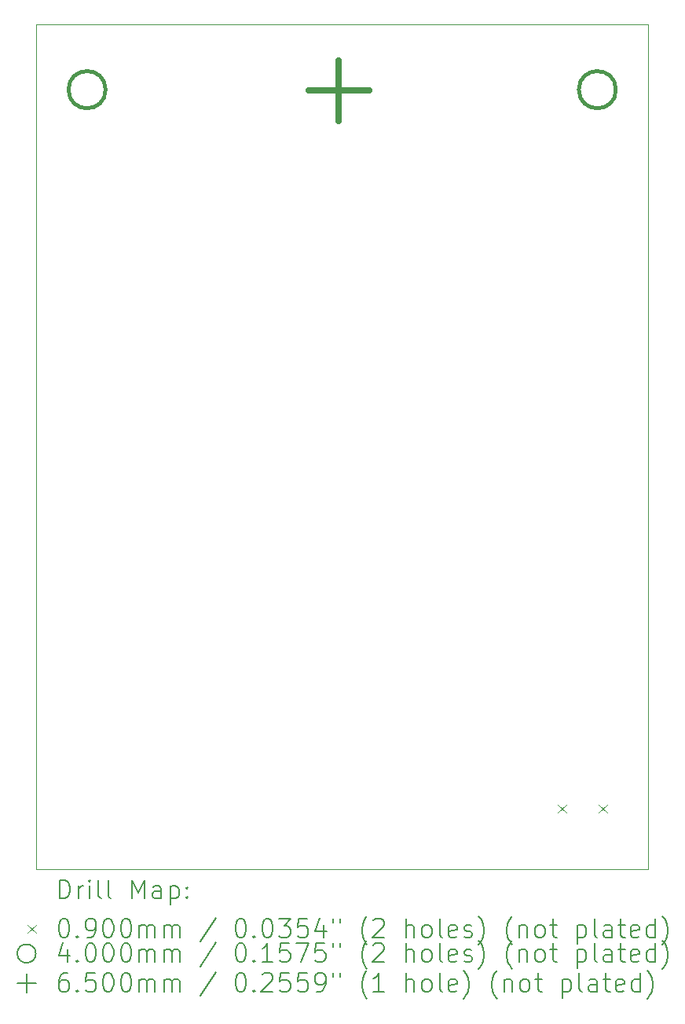
<source format=gbr>
%FSLAX45Y45*%
G04 Gerber Fmt 4.5, Leading zero omitted, Abs format (unit mm)*
G04 Created by KiCad (PCBNEW 6.0.1-79c1e3a40b~116~ubuntu21.04.1) date 2022-02-15 16:14:27*
%MOMM*%
%LPD*%
G01*
G04 APERTURE LIST*
%TA.AperFunction,Profile*%
%ADD10C,0.050000*%
%TD*%
%ADD11C,0.200000*%
%ADD12C,0.090000*%
%ADD13C,0.400000*%
%ADD14C,0.650000*%
G04 APERTURE END LIST*
D10*
X5500000Y-12300000D02*
X5500000Y-3200000D01*
X12100000Y-12300000D02*
X5500000Y-12300000D01*
X12100000Y-3200000D02*
X12100000Y-12300000D01*
X5500000Y-3200000D02*
X12100000Y-3200000D01*
D11*
D12*
X11126600Y-11601200D02*
X11216600Y-11691200D01*
X11216600Y-11601200D02*
X11126600Y-11691200D01*
X11566600Y-11601200D02*
X11656600Y-11691200D01*
X11656600Y-11601200D02*
X11566600Y-11691200D01*
D13*
X6250000Y-3900000D02*
G75*
G03*
X6250000Y-3900000I-200000J0D01*
G01*
X11750000Y-3900000D02*
G75*
G03*
X11750000Y-3900000I-200000J0D01*
G01*
D14*
X8763000Y-3586600D02*
X8763000Y-4236600D01*
X8438000Y-3911600D02*
X9088000Y-3911600D01*
D11*
X5755119Y-12612976D02*
X5755119Y-12412976D01*
X5802738Y-12412976D01*
X5831309Y-12422500D01*
X5850357Y-12441548D01*
X5859881Y-12460595D01*
X5869405Y-12498690D01*
X5869405Y-12527262D01*
X5859881Y-12565357D01*
X5850357Y-12584405D01*
X5831309Y-12603452D01*
X5802738Y-12612976D01*
X5755119Y-12612976D01*
X5955119Y-12612976D02*
X5955119Y-12479643D01*
X5955119Y-12517738D02*
X5964643Y-12498690D01*
X5974167Y-12489167D01*
X5993214Y-12479643D01*
X6012262Y-12479643D01*
X6078928Y-12612976D02*
X6078928Y-12479643D01*
X6078928Y-12412976D02*
X6069405Y-12422500D01*
X6078928Y-12432024D01*
X6088452Y-12422500D01*
X6078928Y-12412976D01*
X6078928Y-12432024D01*
X6202738Y-12612976D02*
X6183690Y-12603452D01*
X6174167Y-12584405D01*
X6174167Y-12412976D01*
X6307500Y-12612976D02*
X6288452Y-12603452D01*
X6278928Y-12584405D01*
X6278928Y-12412976D01*
X6536071Y-12612976D02*
X6536071Y-12412976D01*
X6602738Y-12555833D01*
X6669405Y-12412976D01*
X6669405Y-12612976D01*
X6850357Y-12612976D02*
X6850357Y-12508214D01*
X6840833Y-12489167D01*
X6821786Y-12479643D01*
X6783690Y-12479643D01*
X6764643Y-12489167D01*
X6850357Y-12603452D02*
X6831309Y-12612976D01*
X6783690Y-12612976D01*
X6764643Y-12603452D01*
X6755119Y-12584405D01*
X6755119Y-12565357D01*
X6764643Y-12546309D01*
X6783690Y-12536786D01*
X6831309Y-12536786D01*
X6850357Y-12527262D01*
X6945595Y-12479643D02*
X6945595Y-12679643D01*
X6945595Y-12489167D02*
X6964643Y-12479643D01*
X7002738Y-12479643D01*
X7021786Y-12489167D01*
X7031309Y-12498690D01*
X7040833Y-12517738D01*
X7040833Y-12574881D01*
X7031309Y-12593928D01*
X7021786Y-12603452D01*
X7002738Y-12612976D01*
X6964643Y-12612976D01*
X6945595Y-12603452D01*
X7126548Y-12593928D02*
X7136071Y-12603452D01*
X7126548Y-12612976D01*
X7117024Y-12603452D01*
X7126548Y-12593928D01*
X7126548Y-12612976D01*
X7126548Y-12489167D02*
X7136071Y-12498690D01*
X7126548Y-12508214D01*
X7117024Y-12498690D01*
X7126548Y-12489167D01*
X7126548Y-12508214D01*
D12*
X5407500Y-12897500D02*
X5497500Y-12987500D01*
X5497500Y-12897500D02*
X5407500Y-12987500D01*
D11*
X5793214Y-12832976D02*
X5812262Y-12832976D01*
X5831309Y-12842500D01*
X5840833Y-12852024D01*
X5850357Y-12871071D01*
X5859881Y-12909167D01*
X5859881Y-12956786D01*
X5850357Y-12994881D01*
X5840833Y-13013928D01*
X5831309Y-13023452D01*
X5812262Y-13032976D01*
X5793214Y-13032976D01*
X5774167Y-13023452D01*
X5764643Y-13013928D01*
X5755119Y-12994881D01*
X5745595Y-12956786D01*
X5745595Y-12909167D01*
X5755119Y-12871071D01*
X5764643Y-12852024D01*
X5774167Y-12842500D01*
X5793214Y-12832976D01*
X5945595Y-13013928D02*
X5955119Y-13023452D01*
X5945595Y-13032976D01*
X5936071Y-13023452D01*
X5945595Y-13013928D01*
X5945595Y-13032976D01*
X6050357Y-13032976D02*
X6088452Y-13032976D01*
X6107500Y-13023452D01*
X6117024Y-13013928D01*
X6136071Y-12985357D01*
X6145595Y-12947262D01*
X6145595Y-12871071D01*
X6136071Y-12852024D01*
X6126548Y-12842500D01*
X6107500Y-12832976D01*
X6069405Y-12832976D01*
X6050357Y-12842500D01*
X6040833Y-12852024D01*
X6031309Y-12871071D01*
X6031309Y-12918690D01*
X6040833Y-12937738D01*
X6050357Y-12947262D01*
X6069405Y-12956786D01*
X6107500Y-12956786D01*
X6126548Y-12947262D01*
X6136071Y-12937738D01*
X6145595Y-12918690D01*
X6269405Y-12832976D02*
X6288452Y-12832976D01*
X6307500Y-12842500D01*
X6317024Y-12852024D01*
X6326548Y-12871071D01*
X6336071Y-12909167D01*
X6336071Y-12956786D01*
X6326548Y-12994881D01*
X6317024Y-13013928D01*
X6307500Y-13023452D01*
X6288452Y-13032976D01*
X6269405Y-13032976D01*
X6250357Y-13023452D01*
X6240833Y-13013928D01*
X6231309Y-12994881D01*
X6221786Y-12956786D01*
X6221786Y-12909167D01*
X6231309Y-12871071D01*
X6240833Y-12852024D01*
X6250357Y-12842500D01*
X6269405Y-12832976D01*
X6459881Y-12832976D02*
X6478928Y-12832976D01*
X6497976Y-12842500D01*
X6507500Y-12852024D01*
X6517024Y-12871071D01*
X6526548Y-12909167D01*
X6526548Y-12956786D01*
X6517024Y-12994881D01*
X6507500Y-13013928D01*
X6497976Y-13023452D01*
X6478928Y-13032976D01*
X6459881Y-13032976D01*
X6440833Y-13023452D01*
X6431309Y-13013928D01*
X6421786Y-12994881D01*
X6412262Y-12956786D01*
X6412262Y-12909167D01*
X6421786Y-12871071D01*
X6431309Y-12852024D01*
X6440833Y-12842500D01*
X6459881Y-12832976D01*
X6612262Y-13032976D02*
X6612262Y-12899643D01*
X6612262Y-12918690D02*
X6621786Y-12909167D01*
X6640833Y-12899643D01*
X6669405Y-12899643D01*
X6688452Y-12909167D01*
X6697976Y-12928214D01*
X6697976Y-13032976D01*
X6697976Y-12928214D02*
X6707500Y-12909167D01*
X6726548Y-12899643D01*
X6755119Y-12899643D01*
X6774167Y-12909167D01*
X6783690Y-12928214D01*
X6783690Y-13032976D01*
X6878928Y-13032976D02*
X6878928Y-12899643D01*
X6878928Y-12918690D02*
X6888452Y-12909167D01*
X6907500Y-12899643D01*
X6936071Y-12899643D01*
X6955119Y-12909167D01*
X6964643Y-12928214D01*
X6964643Y-13032976D01*
X6964643Y-12928214D02*
X6974167Y-12909167D01*
X6993214Y-12899643D01*
X7021786Y-12899643D01*
X7040833Y-12909167D01*
X7050357Y-12928214D01*
X7050357Y-13032976D01*
X7440833Y-12823452D02*
X7269405Y-13080595D01*
X7697976Y-12832976D02*
X7717024Y-12832976D01*
X7736071Y-12842500D01*
X7745595Y-12852024D01*
X7755119Y-12871071D01*
X7764643Y-12909167D01*
X7764643Y-12956786D01*
X7755119Y-12994881D01*
X7745595Y-13013928D01*
X7736071Y-13023452D01*
X7717024Y-13032976D01*
X7697976Y-13032976D01*
X7678928Y-13023452D01*
X7669405Y-13013928D01*
X7659881Y-12994881D01*
X7650357Y-12956786D01*
X7650357Y-12909167D01*
X7659881Y-12871071D01*
X7669405Y-12852024D01*
X7678928Y-12842500D01*
X7697976Y-12832976D01*
X7850357Y-13013928D02*
X7859881Y-13023452D01*
X7850357Y-13032976D01*
X7840833Y-13023452D01*
X7850357Y-13013928D01*
X7850357Y-13032976D01*
X7983690Y-12832976D02*
X8002738Y-12832976D01*
X8021786Y-12842500D01*
X8031309Y-12852024D01*
X8040833Y-12871071D01*
X8050357Y-12909167D01*
X8050357Y-12956786D01*
X8040833Y-12994881D01*
X8031309Y-13013928D01*
X8021786Y-13023452D01*
X8002738Y-13032976D01*
X7983690Y-13032976D01*
X7964643Y-13023452D01*
X7955119Y-13013928D01*
X7945595Y-12994881D01*
X7936071Y-12956786D01*
X7936071Y-12909167D01*
X7945595Y-12871071D01*
X7955119Y-12852024D01*
X7964643Y-12842500D01*
X7983690Y-12832976D01*
X8117024Y-12832976D02*
X8240833Y-12832976D01*
X8174167Y-12909167D01*
X8202738Y-12909167D01*
X8221786Y-12918690D01*
X8231309Y-12928214D01*
X8240833Y-12947262D01*
X8240833Y-12994881D01*
X8231309Y-13013928D01*
X8221786Y-13023452D01*
X8202738Y-13032976D01*
X8145595Y-13032976D01*
X8126548Y-13023452D01*
X8117024Y-13013928D01*
X8421786Y-12832976D02*
X8326548Y-12832976D01*
X8317024Y-12928214D01*
X8326548Y-12918690D01*
X8345595Y-12909167D01*
X8393214Y-12909167D01*
X8412262Y-12918690D01*
X8421786Y-12928214D01*
X8431310Y-12947262D01*
X8431310Y-12994881D01*
X8421786Y-13013928D01*
X8412262Y-13023452D01*
X8393214Y-13032976D01*
X8345595Y-13032976D01*
X8326548Y-13023452D01*
X8317024Y-13013928D01*
X8602738Y-12899643D02*
X8602738Y-13032976D01*
X8555119Y-12823452D02*
X8507500Y-12966309D01*
X8631310Y-12966309D01*
X8697976Y-12832976D02*
X8697976Y-12871071D01*
X8774167Y-12832976D02*
X8774167Y-12871071D01*
X9069405Y-13109167D02*
X9059881Y-13099643D01*
X9040833Y-13071071D01*
X9031310Y-13052024D01*
X9021786Y-13023452D01*
X9012262Y-12975833D01*
X9012262Y-12937738D01*
X9021786Y-12890119D01*
X9031310Y-12861548D01*
X9040833Y-12842500D01*
X9059881Y-12813928D01*
X9069405Y-12804405D01*
X9136071Y-12852024D02*
X9145595Y-12842500D01*
X9164643Y-12832976D01*
X9212262Y-12832976D01*
X9231310Y-12842500D01*
X9240833Y-12852024D01*
X9250357Y-12871071D01*
X9250357Y-12890119D01*
X9240833Y-12918690D01*
X9126548Y-13032976D01*
X9250357Y-13032976D01*
X9488452Y-13032976D02*
X9488452Y-12832976D01*
X9574167Y-13032976D02*
X9574167Y-12928214D01*
X9564643Y-12909167D01*
X9545595Y-12899643D01*
X9517024Y-12899643D01*
X9497976Y-12909167D01*
X9488452Y-12918690D01*
X9697976Y-13032976D02*
X9678929Y-13023452D01*
X9669405Y-13013928D01*
X9659881Y-12994881D01*
X9659881Y-12937738D01*
X9669405Y-12918690D01*
X9678929Y-12909167D01*
X9697976Y-12899643D01*
X9726548Y-12899643D01*
X9745595Y-12909167D01*
X9755119Y-12918690D01*
X9764643Y-12937738D01*
X9764643Y-12994881D01*
X9755119Y-13013928D01*
X9745595Y-13023452D01*
X9726548Y-13032976D01*
X9697976Y-13032976D01*
X9878929Y-13032976D02*
X9859881Y-13023452D01*
X9850357Y-13004405D01*
X9850357Y-12832976D01*
X10031310Y-13023452D02*
X10012262Y-13032976D01*
X9974167Y-13032976D01*
X9955119Y-13023452D01*
X9945595Y-13004405D01*
X9945595Y-12928214D01*
X9955119Y-12909167D01*
X9974167Y-12899643D01*
X10012262Y-12899643D01*
X10031310Y-12909167D01*
X10040833Y-12928214D01*
X10040833Y-12947262D01*
X9945595Y-12966309D01*
X10117024Y-13023452D02*
X10136071Y-13032976D01*
X10174167Y-13032976D01*
X10193214Y-13023452D01*
X10202738Y-13004405D01*
X10202738Y-12994881D01*
X10193214Y-12975833D01*
X10174167Y-12966309D01*
X10145595Y-12966309D01*
X10126548Y-12956786D01*
X10117024Y-12937738D01*
X10117024Y-12928214D01*
X10126548Y-12909167D01*
X10145595Y-12899643D01*
X10174167Y-12899643D01*
X10193214Y-12909167D01*
X10269405Y-13109167D02*
X10278929Y-13099643D01*
X10297976Y-13071071D01*
X10307500Y-13052024D01*
X10317024Y-13023452D01*
X10326548Y-12975833D01*
X10326548Y-12937738D01*
X10317024Y-12890119D01*
X10307500Y-12861548D01*
X10297976Y-12842500D01*
X10278929Y-12813928D01*
X10269405Y-12804405D01*
X10631310Y-13109167D02*
X10621786Y-13099643D01*
X10602738Y-13071071D01*
X10593214Y-13052024D01*
X10583690Y-13023452D01*
X10574167Y-12975833D01*
X10574167Y-12937738D01*
X10583690Y-12890119D01*
X10593214Y-12861548D01*
X10602738Y-12842500D01*
X10621786Y-12813928D01*
X10631310Y-12804405D01*
X10707500Y-12899643D02*
X10707500Y-13032976D01*
X10707500Y-12918690D02*
X10717024Y-12909167D01*
X10736071Y-12899643D01*
X10764643Y-12899643D01*
X10783690Y-12909167D01*
X10793214Y-12928214D01*
X10793214Y-13032976D01*
X10917024Y-13032976D02*
X10897976Y-13023452D01*
X10888452Y-13013928D01*
X10878929Y-12994881D01*
X10878929Y-12937738D01*
X10888452Y-12918690D01*
X10897976Y-12909167D01*
X10917024Y-12899643D01*
X10945595Y-12899643D01*
X10964643Y-12909167D01*
X10974167Y-12918690D01*
X10983690Y-12937738D01*
X10983690Y-12994881D01*
X10974167Y-13013928D01*
X10964643Y-13023452D01*
X10945595Y-13032976D01*
X10917024Y-13032976D01*
X11040833Y-12899643D02*
X11117024Y-12899643D01*
X11069405Y-12832976D02*
X11069405Y-13004405D01*
X11078929Y-13023452D01*
X11097976Y-13032976D01*
X11117024Y-13032976D01*
X11336071Y-12899643D02*
X11336071Y-13099643D01*
X11336071Y-12909167D02*
X11355119Y-12899643D01*
X11393214Y-12899643D01*
X11412262Y-12909167D01*
X11421786Y-12918690D01*
X11431309Y-12937738D01*
X11431309Y-12994881D01*
X11421786Y-13013928D01*
X11412262Y-13023452D01*
X11393214Y-13032976D01*
X11355119Y-13032976D01*
X11336071Y-13023452D01*
X11545595Y-13032976D02*
X11526548Y-13023452D01*
X11517024Y-13004405D01*
X11517024Y-12832976D01*
X11707500Y-13032976D02*
X11707500Y-12928214D01*
X11697976Y-12909167D01*
X11678928Y-12899643D01*
X11640833Y-12899643D01*
X11621786Y-12909167D01*
X11707500Y-13023452D02*
X11688452Y-13032976D01*
X11640833Y-13032976D01*
X11621786Y-13023452D01*
X11612262Y-13004405D01*
X11612262Y-12985357D01*
X11621786Y-12966309D01*
X11640833Y-12956786D01*
X11688452Y-12956786D01*
X11707500Y-12947262D01*
X11774167Y-12899643D02*
X11850357Y-12899643D01*
X11802738Y-12832976D02*
X11802738Y-13004405D01*
X11812262Y-13023452D01*
X11831309Y-13032976D01*
X11850357Y-13032976D01*
X11993214Y-13023452D02*
X11974167Y-13032976D01*
X11936071Y-13032976D01*
X11917024Y-13023452D01*
X11907500Y-13004405D01*
X11907500Y-12928214D01*
X11917024Y-12909167D01*
X11936071Y-12899643D01*
X11974167Y-12899643D01*
X11993214Y-12909167D01*
X12002738Y-12928214D01*
X12002738Y-12947262D01*
X11907500Y-12966309D01*
X12174167Y-13032976D02*
X12174167Y-12832976D01*
X12174167Y-13023452D02*
X12155119Y-13032976D01*
X12117024Y-13032976D01*
X12097976Y-13023452D01*
X12088452Y-13013928D01*
X12078928Y-12994881D01*
X12078928Y-12937738D01*
X12088452Y-12918690D01*
X12097976Y-12909167D01*
X12117024Y-12899643D01*
X12155119Y-12899643D01*
X12174167Y-12909167D01*
X12250357Y-13109167D02*
X12259881Y-13099643D01*
X12278928Y-13071071D01*
X12288452Y-13052024D01*
X12297976Y-13023452D01*
X12307500Y-12975833D01*
X12307500Y-12937738D01*
X12297976Y-12890119D01*
X12288452Y-12861548D01*
X12278928Y-12842500D01*
X12259881Y-12813928D01*
X12250357Y-12804405D01*
X5497500Y-13206500D02*
G75*
G03*
X5497500Y-13206500I-100000J0D01*
G01*
X5840833Y-13163643D02*
X5840833Y-13296976D01*
X5793214Y-13087452D02*
X5745595Y-13230309D01*
X5869405Y-13230309D01*
X5945595Y-13277928D02*
X5955119Y-13287452D01*
X5945595Y-13296976D01*
X5936071Y-13287452D01*
X5945595Y-13277928D01*
X5945595Y-13296976D01*
X6078928Y-13096976D02*
X6097976Y-13096976D01*
X6117024Y-13106500D01*
X6126548Y-13116024D01*
X6136071Y-13135071D01*
X6145595Y-13173167D01*
X6145595Y-13220786D01*
X6136071Y-13258881D01*
X6126548Y-13277928D01*
X6117024Y-13287452D01*
X6097976Y-13296976D01*
X6078928Y-13296976D01*
X6059881Y-13287452D01*
X6050357Y-13277928D01*
X6040833Y-13258881D01*
X6031309Y-13220786D01*
X6031309Y-13173167D01*
X6040833Y-13135071D01*
X6050357Y-13116024D01*
X6059881Y-13106500D01*
X6078928Y-13096976D01*
X6269405Y-13096976D02*
X6288452Y-13096976D01*
X6307500Y-13106500D01*
X6317024Y-13116024D01*
X6326548Y-13135071D01*
X6336071Y-13173167D01*
X6336071Y-13220786D01*
X6326548Y-13258881D01*
X6317024Y-13277928D01*
X6307500Y-13287452D01*
X6288452Y-13296976D01*
X6269405Y-13296976D01*
X6250357Y-13287452D01*
X6240833Y-13277928D01*
X6231309Y-13258881D01*
X6221786Y-13220786D01*
X6221786Y-13173167D01*
X6231309Y-13135071D01*
X6240833Y-13116024D01*
X6250357Y-13106500D01*
X6269405Y-13096976D01*
X6459881Y-13096976D02*
X6478928Y-13096976D01*
X6497976Y-13106500D01*
X6507500Y-13116024D01*
X6517024Y-13135071D01*
X6526548Y-13173167D01*
X6526548Y-13220786D01*
X6517024Y-13258881D01*
X6507500Y-13277928D01*
X6497976Y-13287452D01*
X6478928Y-13296976D01*
X6459881Y-13296976D01*
X6440833Y-13287452D01*
X6431309Y-13277928D01*
X6421786Y-13258881D01*
X6412262Y-13220786D01*
X6412262Y-13173167D01*
X6421786Y-13135071D01*
X6431309Y-13116024D01*
X6440833Y-13106500D01*
X6459881Y-13096976D01*
X6612262Y-13296976D02*
X6612262Y-13163643D01*
X6612262Y-13182690D02*
X6621786Y-13173167D01*
X6640833Y-13163643D01*
X6669405Y-13163643D01*
X6688452Y-13173167D01*
X6697976Y-13192214D01*
X6697976Y-13296976D01*
X6697976Y-13192214D02*
X6707500Y-13173167D01*
X6726548Y-13163643D01*
X6755119Y-13163643D01*
X6774167Y-13173167D01*
X6783690Y-13192214D01*
X6783690Y-13296976D01*
X6878928Y-13296976D02*
X6878928Y-13163643D01*
X6878928Y-13182690D02*
X6888452Y-13173167D01*
X6907500Y-13163643D01*
X6936071Y-13163643D01*
X6955119Y-13173167D01*
X6964643Y-13192214D01*
X6964643Y-13296976D01*
X6964643Y-13192214D02*
X6974167Y-13173167D01*
X6993214Y-13163643D01*
X7021786Y-13163643D01*
X7040833Y-13173167D01*
X7050357Y-13192214D01*
X7050357Y-13296976D01*
X7440833Y-13087452D02*
X7269405Y-13344595D01*
X7697976Y-13096976D02*
X7717024Y-13096976D01*
X7736071Y-13106500D01*
X7745595Y-13116024D01*
X7755119Y-13135071D01*
X7764643Y-13173167D01*
X7764643Y-13220786D01*
X7755119Y-13258881D01*
X7745595Y-13277928D01*
X7736071Y-13287452D01*
X7717024Y-13296976D01*
X7697976Y-13296976D01*
X7678928Y-13287452D01*
X7669405Y-13277928D01*
X7659881Y-13258881D01*
X7650357Y-13220786D01*
X7650357Y-13173167D01*
X7659881Y-13135071D01*
X7669405Y-13116024D01*
X7678928Y-13106500D01*
X7697976Y-13096976D01*
X7850357Y-13277928D02*
X7859881Y-13287452D01*
X7850357Y-13296976D01*
X7840833Y-13287452D01*
X7850357Y-13277928D01*
X7850357Y-13296976D01*
X8050357Y-13296976D02*
X7936071Y-13296976D01*
X7993214Y-13296976D02*
X7993214Y-13096976D01*
X7974167Y-13125548D01*
X7955119Y-13144595D01*
X7936071Y-13154119D01*
X8231309Y-13096976D02*
X8136071Y-13096976D01*
X8126548Y-13192214D01*
X8136071Y-13182690D01*
X8155119Y-13173167D01*
X8202738Y-13173167D01*
X8221786Y-13182690D01*
X8231309Y-13192214D01*
X8240833Y-13211262D01*
X8240833Y-13258881D01*
X8231309Y-13277928D01*
X8221786Y-13287452D01*
X8202738Y-13296976D01*
X8155119Y-13296976D01*
X8136071Y-13287452D01*
X8126548Y-13277928D01*
X8307500Y-13096976D02*
X8440833Y-13096976D01*
X8355119Y-13296976D01*
X8612262Y-13096976D02*
X8517024Y-13096976D01*
X8507500Y-13192214D01*
X8517024Y-13182690D01*
X8536071Y-13173167D01*
X8583690Y-13173167D01*
X8602738Y-13182690D01*
X8612262Y-13192214D01*
X8621786Y-13211262D01*
X8621786Y-13258881D01*
X8612262Y-13277928D01*
X8602738Y-13287452D01*
X8583690Y-13296976D01*
X8536071Y-13296976D01*
X8517024Y-13287452D01*
X8507500Y-13277928D01*
X8697976Y-13096976D02*
X8697976Y-13135071D01*
X8774167Y-13096976D02*
X8774167Y-13135071D01*
X9069405Y-13373167D02*
X9059881Y-13363643D01*
X9040833Y-13335071D01*
X9031310Y-13316024D01*
X9021786Y-13287452D01*
X9012262Y-13239833D01*
X9012262Y-13201738D01*
X9021786Y-13154119D01*
X9031310Y-13125548D01*
X9040833Y-13106500D01*
X9059881Y-13077928D01*
X9069405Y-13068405D01*
X9136071Y-13116024D02*
X9145595Y-13106500D01*
X9164643Y-13096976D01*
X9212262Y-13096976D01*
X9231310Y-13106500D01*
X9240833Y-13116024D01*
X9250357Y-13135071D01*
X9250357Y-13154119D01*
X9240833Y-13182690D01*
X9126548Y-13296976D01*
X9250357Y-13296976D01*
X9488452Y-13296976D02*
X9488452Y-13096976D01*
X9574167Y-13296976D02*
X9574167Y-13192214D01*
X9564643Y-13173167D01*
X9545595Y-13163643D01*
X9517024Y-13163643D01*
X9497976Y-13173167D01*
X9488452Y-13182690D01*
X9697976Y-13296976D02*
X9678929Y-13287452D01*
X9669405Y-13277928D01*
X9659881Y-13258881D01*
X9659881Y-13201738D01*
X9669405Y-13182690D01*
X9678929Y-13173167D01*
X9697976Y-13163643D01*
X9726548Y-13163643D01*
X9745595Y-13173167D01*
X9755119Y-13182690D01*
X9764643Y-13201738D01*
X9764643Y-13258881D01*
X9755119Y-13277928D01*
X9745595Y-13287452D01*
X9726548Y-13296976D01*
X9697976Y-13296976D01*
X9878929Y-13296976D02*
X9859881Y-13287452D01*
X9850357Y-13268405D01*
X9850357Y-13096976D01*
X10031310Y-13287452D02*
X10012262Y-13296976D01*
X9974167Y-13296976D01*
X9955119Y-13287452D01*
X9945595Y-13268405D01*
X9945595Y-13192214D01*
X9955119Y-13173167D01*
X9974167Y-13163643D01*
X10012262Y-13163643D01*
X10031310Y-13173167D01*
X10040833Y-13192214D01*
X10040833Y-13211262D01*
X9945595Y-13230309D01*
X10117024Y-13287452D02*
X10136071Y-13296976D01*
X10174167Y-13296976D01*
X10193214Y-13287452D01*
X10202738Y-13268405D01*
X10202738Y-13258881D01*
X10193214Y-13239833D01*
X10174167Y-13230309D01*
X10145595Y-13230309D01*
X10126548Y-13220786D01*
X10117024Y-13201738D01*
X10117024Y-13192214D01*
X10126548Y-13173167D01*
X10145595Y-13163643D01*
X10174167Y-13163643D01*
X10193214Y-13173167D01*
X10269405Y-13373167D02*
X10278929Y-13363643D01*
X10297976Y-13335071D01*
X10307500Y-13316024D01*
X10317024Y-13287452D01*
X10326548Y-13239833D01*
X10326548Y-13201738D01*
X10317024Y-13154119D01*
X10307500Y-13125548D01*
X10297976Y-13106500D01*
X10278929Y-13077928D01*
X10269405Y-13068405D01*
X10631310Y-13373167D02*
X10621786Y-13363643D01*
X10602738Y-13335071D01*
X10593214Y-13316024D01*
X10583690Y-13287452D01*
X10574167Y-13239833D01*
X10574167Y-13201738D01*
X10583690Y-13154119D01*
X10593214Y-13125548D01*
X10602738Y-13106500D01*
X10621786Y-13077928D01*
X10631310Y-13068405D01*
X10707500Y-13163643D02*
X10707500Y-13296976D01*
X10707500Y-13182690D02*
X10717024Y-13173167D01*
X10736071Y-13163643D01*
X10764643Y-13163643D01*
X10783690Y-13173167D01*
X10793214Y-13192214D01*
X10793214Y-13296976D01*
X10917024Y-13296976D02*
X10897976Y-13287452D01*
X10888452Y-13277928D01*
X10878929Y-13258881D01*
X10878929Y-13201738D01*
X10888452Y-13182690D01*
X10897976Y-13173167D01*
X10917024Y-13163643D01*
X10945595Y-13163643D01*
X10964643Y-13173167D01*
X10974167Y-13182690D01*
X10983690Y-13201738D01*
X10983690Y-13258881D01*
X10974167Y-13277928D01*
X10964643Y-13287452D01*
X10945595Y-13296976D01*
X10917024Y-13296976D01*
X11040833Y-13163643D02*
X11117024Y-13163643D01*
X11069405Y-13096976D02*
X11069405Y-13268405D01*
X11078929Y-13287452D01*
X11097976Y-13296976D01*
X11117024Y-13296976D01*
X11336071Y-13163643D02*
X11336071Y-13363643D01*
X11336071Y-13173167D02*
X11355119Y-13163643D01*
X11393214Y-13163643D01*
X11412262Y-13173167D01*
X11421786Y-13182690D01*
X11431309Y-13201738D01*
X11431309Y-13258881D01*
X11421786Y-13277928D01*
X11412262Y-13287452D01*
X11393214Y-13296976D01*
X11355119Y-13296976D01*
X11336071Y-13287452D01*
X11545595Y-13296976D02*
X11526548Y-13287452D01*
X11517024Y-13268405D01*
X11517024Y-13096976D01*
X11707500Y-13296976D02*
X11707500Y-13192214D01*
X11697976Y-13173167D01*
X11678928Y-13163643D01*
X11640833Y-13163643D01*
X11621786Y-13173167D01*
X11707500Y-13287452D02*
X11688452Y-13296976D01*
X11640833Y-13296976D01*
X11621786Y-13287452D01*
X11612262Y-13268405D01*
X11612262Y-13249357D01*
X11621786Y-13230309D01*
X11640833Y-13220786D01*
X11688452Y-13220786D01*
X11707500Y-13211262D01*
X11774167Y-13163643D02*
X11850357Y-13163643D01*
X11802738Y-13096976D02*
X11802738Y-13268405D01*
X11812262Y-13287452D01*
X11831309Y-13296976D01*
X11850357Y-13296976D01*
X11993214Y-13287452D02*
X11974167Y-13296976D01*
X11936071Y-13296976D01*
X11917024Y-13287452D01*
X11907500Y-13268405D01*
X11907500Y-13192214D01*
X11917024Y-13173167D01*
X11936071Y-13163643D01*
X11974167Y-13163643D01*
X11993214Y-13173167D01*
X12002738Y-13192214D01*
X12002738Y-13211262D01*
X11907500Y-13230309D01*
X12174167Y-13296976D02*
X12174167Y-13096976D01*
X12174167Y-13287452D02*
X12155119Y-13296976D01*
X12117024Y-13296976D01*
X12097976Y-13287452D01*
X12088452Y-13277928D01*
X12078928Y-13258881D01*
X12078928Y-13201738D01*
X12088452Y-13182690D01*
X12097976Y-13173167D01*
X12117024Y-13163643D01*
X12155119Y-13163643D01*
X12174167Y-13173167D01*
X12250357Y-13373167D02*
X12259881Y-13363643D01*
X12278928Y-13335071D01*
X12288452Y-13316024D01*
X12297976Y-13287452D01*
X12307500Y-13239833D01*
X12307500Y-13201738D01*
X12297976Y-13154119D01*
X12288452Y-13125548D01*
X12278928Y-13106500D01*
X12259881Y-13077928D01*
X12250357Y-13068405D01*
X5397500Y-13426500D02*
X5397500Y-13626500D01*
X5297500Y-13526500D02*
X5497500Y-13526500D01*
X5840833Y-13416976D02*
X5802738Y-13416976D01*
X5783690Y-13426500D01*
X5774167Y-13436024D01*
X5755119Y-13464595D01*
X5745595Y-13502690D01*
X5745595Y-13578881D01*
X5755119Y-13597928D01*
X5764643Y-13607452D01*
X5783690Y-13616976D01*
X5821786Y-13616976D01*
X5840833Y-13607452D01*
X5850357Y-13597928D01*
X5859881Y-13578881D01*
X5859881Y-13531262D01*
X5850357Y-13512214D01*
X5840833Y-13502690D01*
X5821786Y-13493167D01*
X5783690Y-13493167D01*
X5764643Y-13502690D01*
X5755119Y-13512214D01*
X5745595Y-13531262D01*
X5945595Y-13597928D02*
X5955119Y-13607452D01*
X5945595Y-13616976D01*
X5936071Y-13607452D01*
X5945595Y-13597928D01*
X5945595Y-13616976D01*
X6136071Y-13416976D02*
X6040833Y-13416976D01*
X6031309Y-13512214D01*
X6040833Y-13502690D01*
X6059881Y-13493167D01*
X6107500Y-13493167D01*
X6126548Y-13502690D01*
X6136071Y-13512214D01*
X6145595Y-13531262D01*
X6145595Y-13578881D01*
X6136071Y-13597928D01*
X6126548Y-13607452D01*
X6107500Y-13616976D01*
X6059881Y-13616976D01*
X6040833Y-13607452D01*
X6031309Y-13597928D01*
X6269405Y-13416976D02*
X6288452Y-13416976D01*
X6307500Y-13426500D01*
X6317024Y-13436024D01*
X6326548Y-13455071D01*
X6336071Y-13493167D01*
X6336071Y-13540786D01*
X6326548Y-13578881D01*
X6317024Y-13597928D01*
X6307500Y-13607452D01*
X6288452Y-13616976D01*
X6269405Y-13616976D01*
X6250357Y-13607452D01*
X6240833Y-13597928D01*
X6231309Y-13578881D01*
X6221786Y-13540786D01*
X6221786Y-13493167D01*
X6231309Y-13455071D01*
X6240833Y-13436024D01*
X6250357Y-13426500D01*
X6269405Y-13416976D01*
X6459881Y-13416976D02*
X6478928Y-13416976D01*
X6497976Y-13426500D01*
X6507500Y-13436024D01*
X6517024Y-13455071D01*
X6526548Y-13493167D01*
X6526548Y-13540786D01*
X6517024Y-13578881D01*
X6507500Y-13597928D01*
X6497976Y-13607452D01*
X6478928Y-13616976D01*
X6459881Y-13616976D01*
X6440833Y-13607452D01*
X6431309Y-13597928D01*
X6421786Y-13578881D01*
X6412262Y-13540786D01*
X6412262Y-13493167D01*
X6421786Y-13455071D01*
X6431309Y-13436024D01*
X6440833Y-13426500D01*
X6459881Y-13416976D01*
X6612262Y-13616976D02*
X6612262Y-13483643D01*
X6612262Y-13502690D02*
X6621786Y-13493167D01*
X6640833Y-13483643D01*
X6669405Y-13483643D01*
X6688452Y-13493167D01*
X6697976Y-13512214D01*
X6697976Y-13616976D01*
X6697976Y-13512214D02*
X6707500Y-13493167D01*
X6726548Y-13483643D01*
X6755119Y-13483643D01*
X6774167Y-13493167D01*
X6783690Y-13512214D01*
X6783690Y-13616976D01*
X6878928Y-13616976D02*
X6878928Y-13483643D01*
X6878928Y-13502690D02*
X6888452Y-13493167D01*
X6907500Y-13483643D01*
X6936071Y-13483643D01*
X6955119Y-13493167D01*
X6964643Y-13512214D01*
X6964643Y-13616976D01*
X6964643Y-13512214D02*
X6974167Y-13493167D01*
X6993214Y-13483643D01*
X7021786Y-13483643D01*
X7040833Y-13493167D01*
X7050357Y-13512214D01*
X7050357Y-13616976D01*
X7440833Y-13407452D02*
X7269405Y-13664595D01*
X7697976Y-13416976D02*
X7717024Y-13416976D01*
X7736071Y-13426500D01*
X7745595Y-13436024D01*
X7755119Y-13455071D01*
X7764643Y-13493167D01*
X7764643Y-13540786D01*
X7755119Y-13578881D01*
X7745595Y-13597928D01*
X7736071Y-13607452D01*
X7717024Y-13616976D01*
X7697976Y-13616976D01*
X7678928Y-13607452D01*
X7669405Y-13597928D01*
X7659881Y-13578881D01*
X7650357Y-13540786D01*
X7650357Y-13493167D01*
X7659881Y-13455071D01*
X7669405Y-13436024D01*
X7678928Y-13426500D01*
X7697976Y-13416976D01*
X7850357Y-13597928D02*
X7859881Y-13607452D01*
X7850357Y-13616976D01*
X7840833Y-13607452D01*
X7850357Y-13597928D01*
X7850357Y-13616976D01*
X7936071Y-13436024D02*
X7945595Y-13426500D01*
X7964643Y-13416976D01*
X8012262Y-13416976D01*
X8031309Y-13426500D01*
X8040833Y-13436024D01*
X8050357Y-13455071D01*
X8050357Y-13474119D01*
X8040833Y-13502690D01*
X7926548Y-13616976D01*
X8050357Y-13616976D01*
X8231309Y-13416976D02*
X8136071Y-13416976D01*
X8126548Y-13512214D01*
X8136071Y-13502690D01*
X8155119Y-13493167D01*
X8202738Y-13493167D01*
X8221786Y-13502690D01*
X8231309Y-13512214D01*
X8240833Y-13531262D01*
X8240833Y-13578881D01*
X8231309Y-13597928D01*
X8221786Y-13607452D01*
X8202738Y-13616976D01*
X8155119Y-13616976D01*
X8136071Y-13607452D01*
X8126548Y-13597928D01*
X8421786Y-13416976D02*
X8326548Y-13416976D01*
X8317024Y-13512214D01*
X8326548Y-13502690D01*
X8345595Y-13493167D01*
X8393214Y-13493167D01*
X8412262Y-13502690D01*
X8421786Y-13512214D01*
X8431310Y-13531262D01*
X8431310Y-13578881D01*
X8421786Y-13597928D01*
X8412262Y-13607452D01*
X8393214Y-13616976D01*
X8345595Y-13616976D01*
X8326548Y-13607452D01*
X8317024Y-13597928D01*
X8526548Y-13616976D02*
X8564643Y-13616976D01*
X8583690Y-13607452D01*
X8593214Y-13597928D01*
X8612262Y-13569357D01*
X8621786Y-13531262D01*
X8621786Y-13455071D01*
X8612262Y-13436024D01*
X8602738Y-13426500D01*
X8583690Y-13416976D01*
X8545595Y-13416976D01*
X8526548Y-13426500D01*
X8517024Y-13436024D01*
X8507500Y-13455071D01*
X8507500Y-13502690D01*
X8517024Y-13521738D01*
X8526548Y-13531262D01*
X8545595Y-13540786D01*
X8583690Y-13540786D01*
X8602738Y-13531262D01*
X8612262Y-13521738D01*
X8621786Y-13502690D01*
X8697976Y-13416976D02*
X8697976Y-13455071D01*
X8774167Y-13416976D02*
X8774167Y-13455071D01*
X9069405Y-13693167D02*
X9059881Y-13683643D01*
X9040833Y-13655071D01*
X9031310Y-13636024D01*
X9021786Y-13607452D01*
X9012262Y-13559833D01*
X9012262Y-13521738D01*
X9021786Y-13474119D01*
X9031310Y-13445548D01*
X9040833Y-13426500D01*
X9059881Y-13397928D01*
X9069405Y-13388405D01*
X9250357Y-13616976D02*
X9136071Y-13616976D01*
X9193214Y-13616976D02*
X9193214Y-13416976D01*
X9174167Y-13445548D01*
X9155119Y-13464595D01*
X9136071Y-13474119D01*
X9488452Y-13616976D02*
X9488452Y-13416976D01*
X9574167Y-13616976D02*
X9574167Y-13512214D01*
X9564643Y-13493167D01*
X9545595Y-13483643D01*
X9517024Y-13483643D01*
X9497976Y-13493167D01*
X9488452Y-13502690D01*
X9697976Y-13616976D02*
X9678929Y-13607452D01*
X9669405Y-13597928D01*
X9659881Y-13578881D01*
X9659881Y-13521738D01*
X9669405Y-13502690D01*
X9678929Y-13493167D01*
X9697976Y-13483643D01*
X9726548Y-13483643D01*
X9745595Y-13493167D01*
X9755119Y-13502690D01*
X9764643Y-13521738D01*
X9764643Y-13578881D01*
X9755119Y-13597928D01*
X9745595Y-13607452D01*
X9726548Y-13616976D01*
X9697976Y-13616976D01*
X9878929Y-13616976D02*
X9859881Y-13607452D01*
X9850357Y-13588405D01*
X9850357Y-13416976D01*
X10031310Y-13607452D02*
X10012262Y-13616976D01*
X9974167Y-13616976D01*
X9955119Y-13607452D01*
X9945595Y-13588405D01*
X9945595Y-13512214D01*
X9955119Y-13493167D01*
X9974167Y-13483643D01*
X10012262Y-13483643D01*
X10031310Y-13493167D01*
X10040833Y-13512214D01*
X10040833Y-13531262D01*
X9945595Y-13550309D01*
X10107500Y-13693167D02*
X10117024Y-13683643D01*
X10136071Y-13655071D01*
X10145595Y-13636024D01*
X10155119Y-13607452D01*
X10164643Y-13559833D01*
X10164643Y-13521738D01*
X10155119Y-13474119D01*
X10145595Y-13445548D01*
X10136071Y-13426500D01*
X10117024Y-13397928D01*
X10107500Y-13388405D01*
X10469405Y-13693167D02*
X10459881Y-13683643D01*
X10440833Y-13655071D01*
X10431310Y-13636024D01*
X10421786Y-13607452D01*
X10412262Y-13559833D01*
X10412262Y-13521738D01*
X10421786Y-13474119D01*
X10431310Y-13445548D01*
X10440833Y-13426500D01*
X10459881Y-13397928D01*
X10469405Y-13388405D01*
X10545595Y-13483643D02*
X10545595Y-13616976D01*
X10545595Y-13502690D02*
X10555119Y-13493167D01*
X10574167Y-13483643D01*
X10602738Y-13483643D01*
X10621786Y-13493167D01*
X10631310Y-13512214D01*
X10631310Y-13616976D01*
X10755119Y-13616976D02*
X10736071Y-13607452D01*
X10726548Y-13597928D01*
X10717024Y-13578881D01*
X10717024Y-13521738D01*
X10726548Y-13502690D01*
X10736071Y-13493167D01*
X10755119Y-13483643D01*
X10783690Y-13483643D01*
X10802738Y-13493167D01*
X10812262Y-13502690D01*
X10821786Y-13521738D01*
X10821786Y-13578881D01*
X10812262Y-13597928D01*
X10802738Y-13607452D01*
X10783690Y-13616976D01*
X10755119Y-13616976D01*
X10878929Y-13483643D02*
X10955119Y-13483643D01*
X10907500Y-13416976D02*
X10907500Y-13588405D01*
X10917024Y-13607452D01*
X10936071Y-13616976D01*
X10955119Y-13616976D01*
X11174167Y-13483643D02*
X11174167Y-13683643D01*
X11174167Y-13493167D02*
X11193214Y-13483643D01*
X11231309Y-13483643D01*
X11250357Y-13493167D01*
X11259881Y-13502690D01*
X11269405Y-13521738D01*
X11269405Y-13578881D01*
X11259881Y-13597928D01*
X11250357Y-13607452D01*
X11231309Y-13616976D01*
X11193214Y-13616976D01*
X11174167Y-13607452D01*
X11383690Y-13616976D02*
X11364643Y-13607452D01*
X11355119Y-13588405D01*
X11355119Y-13416976D01*
X11545595Y-13616976D02*
X11545595Y-13512214D01*
X11536071Y-13493167D01*
X11517024Y-13483643D01*
X11478928Y-13483643D01*
X11459881Y-13493167D01*
X11545595Y-13607452D02*
X11526548Y-13616976D01*
X11478928Y-13616976D01*
X11459881Y-13607452D01*
X11450357Y-13588405D01*
X11450357Y-13569357D01*
X11459881Y-13550309D01*
X11478928Y-13540786D01*
X11526548Y-13540786D01*
X11545595Y-13531262D01*
X11612262Y-13483643D02*
X11688452Y-13483643D01*
X11640833Y-13416976D02*
X11640833Y-13588405D01*
X11650357Y-13607452D01*
X11669405Y-13616976D01*
X11688452Y-13616976D01*
X11831309Y-13607452D02*
X11812262Y-13616976D01*
X11774167Y-13616976D01*
X11755119Y-13607452D01*
X11745595Y-13588405D01*
X11745595Y-13512214D01*
X11755119Y-13493167D01*
X11774167Y-13483643D01*
X11812262Y-13483643D01*
X11831309Y-13493167D01*
X11840833Y-13512214D01*
X11840833Y-13531262D01*
X11745595Y-13550309D01*
X12012262Y-13616976D02*
X12012262Y-13416976D01*
X12012262Y-13607452D02*
X11993214Y-13616976D01*
X11955119Y-13616976D01*
X11936071Y-13607452D01*
X11926548Y-13597928D01*
X11917024Y-13578881D01*
X11917024Y-13521738D01*
X11926548Y-13502690D01*
X11936071Y-13493167D01*
X11955119Y-13483643D01*
X11993214Y-13483643D01*
X12012262Y-13493167D01*
X12088452Y-13693167D02*
X12097976Y-13683643D01*
X12117024Y-13655071D01*
X12126548Y-13636024D01*
X12136071Y-13607452D01*
X12145595Y-13559833D01*
X12145595Y-13521738D01*
X12136071Y-13474119D01*
X12126548Y-13445548D01*
X12117024Y-13426500D01*
X12097976Y-13397928D01*
X12088452Y-13388405D01*
M02*

</source>
